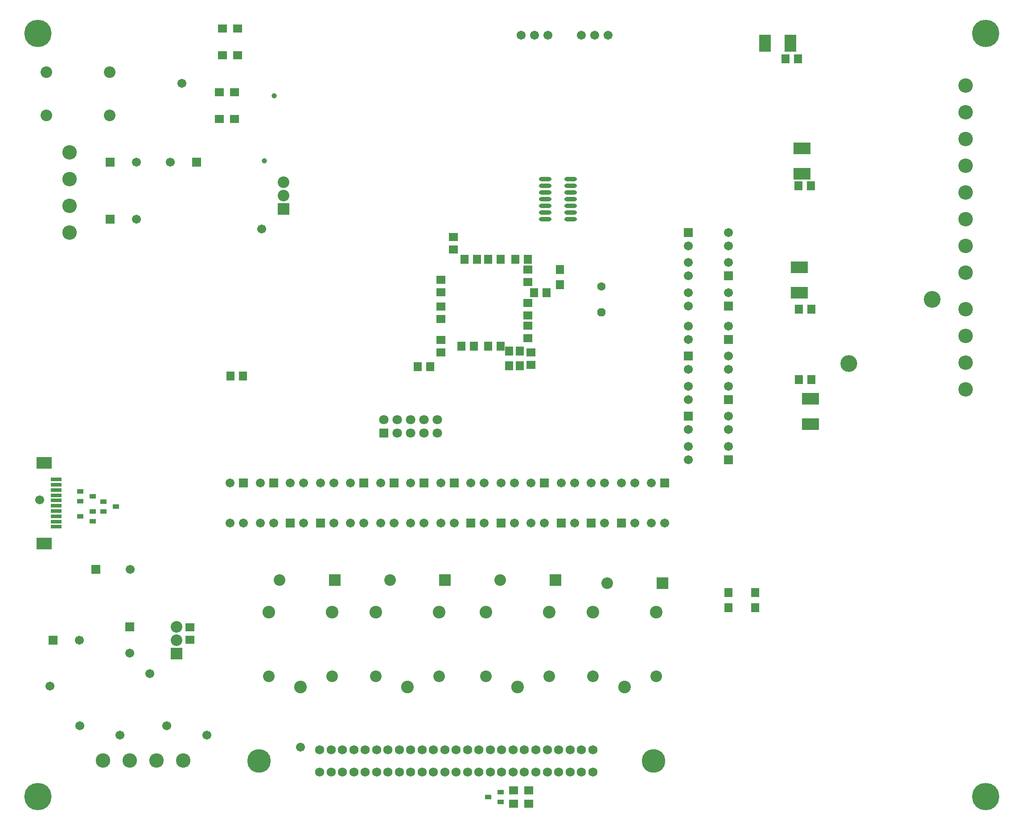
<source format=gbs>
G04 Layer_Color=16711935*
%FSAX44Y44*%
%MOMM*%
G71*
G01*
G75*
%ADD121R,1.5532X1.7032*%
%ADD122R,1.7032X1.5532*%
%ADD123R,1.6532X1.5532*%
%ADD124R,1.5532X1.6532*%
%ADD130R,2.3032X3.1932*%
%ADD131O,2.4032X0.8032*%
%ADD133R,1.2032X0.9032*%
%ADD152C,2.2032*%
%ADD153R,1.7032X1.7032*%
%ADD154C,1.7032*%
%ADD155R,1.7032X1.7032*%
%ADD156C,2.4032*%
%ADD157R,2.2032X2.2032*%
%ADD158R,2.2032X2.2032*%
%ADD159C,1.6032*%
%ADD160P,1.7353X8X112.5*%
%ADD161C,5.2032*%
%ADD162C,2.7432*%
%ADD163C,1.7272*%
%ADD164C,4.4932*%
%ADD165R,1.8032X1.8032*%
%ADD166C,1.8032*%
%ADD167C,1.0032*%
%ADD168C,3.2032*%
%ADD169R,2.1032X0.8032*%
%ADD170R,3.0032X2.3032*%
%ADD171R,3.1932X2.3032*%
D121*
X01565910Y01326160D02*
D03*
Y01297660D02*
D03*
X01489900Y01171900D02*
D03*
Y01143400D02*
D03*
X01469900Y01171900D02*
D03*
Y01143400D02*
D03*
X01936750Y00684250D02*
D03*
Y00712750D02*
D03*
X01885950Y00684250D02*
D03*
Y00712750D02*
D03*
D122*
X01478000Y00336550D02*
D03*
X01506500D02*
D03*
X01506500Y00311150D02*
D03*
X01478000D02*
D03*
X00954050Y01733550D02*
D03*
X00925550D02*
D03*
X00919200Y01612900D02*
D03*
X00947700D02*
D03*
X00954050Y01784350D02*
D03*
X00925550D02*
D03*
X00919200Y01663700D02*
D03*
X00947700D02*
D03*
D123*
X01339850Y01192850D02*
D03*
Y01169350D02*
D03*
X01511300Y01145220D02*
D03*
Y01168720D02*
D03*
X01504950Y01219520D02*
D03*
Y01196020D02*
D03*
Y01239200D02*
D03*
Y01262700D02*
D03*
Y01326200D02*
D03*
Y01302700D02*
D03*
X01363980Y01388430D02*
D03*
Y01364930D02*
D03*
X01339850Y01307150D02*
D03*
Y01283650D02*
D03*
Y01232850D02*
D03*
Y01256350D02*
D03*
X00863600Y00646750D02*
D03*
Y00623250D02*
D03*
D124*
X02043750Y01250950D02*
D03*
X02020250D02*
D03*
X02043750Y01117600D02*
D03*
X02020250D02*
D03*
X02042480Y01485900D02*
D03*
X02018980D02*
D03*
X02018350Y01727200D02*
D03*
X01994850D02*
D03*
X00964250Y01123950D02*
D03*
X00940750D02*
D03*
X01378900Y01181100D02*
D03*
X01402400D02*
D03*
X01429700D02*
D03*
X01453200D02*
D03*
X01517330Y01282700D02*
D03*
X01540830D02*
D03*
X01505270Y01346200D02*
D03*
X01481770D02*
D03*
X01453200D02*
D03*
X01429700D02*
D03*
X01408750D02*
D03*
X01385250D02*
D03*
X01296350Y01141730D02*
D03*
X01319850D02*
D03*
D130*
X02003980Y01756410D02*
D03*
X01955880D02*
D03*
D131*
X01586100Y01498600D02*
D03*
Y01485900D02*
D03*
Y01473200D02*
D03*
Y01460500D02*
D03*
Y01447800D02*
D03*
Y01435100D02*
D03*
Y01422400D02*
D03*
X01538100Y01498600D02*
D03*
Y01485900D02*
D03*
Y01473200D02*
D03*
Y01460500D02*
D03*
Y01447800D02*
D03*
Y01435100D02*
D03*
Y01422400D02*
D03*
D133*
X00699200Y00866800D02*
D03*
Y00885800D02*
D03*
X00723200Y00876300D02*
D03*
X00654750Y00885850D02*
D03*
Y00904850D02*
D03*
X00678750Y00895350D02*
D03*
Y00866750D02*
D03*
Y00847750D02*
D03*
X00654750Y00857250D02*
D03*
X01429450Y00323850D02*
D03*
X01453450Y00314350D02*
D03*
Y00333350D02*
D03*
D152*
X00590550Y01701800D02*
D03*
Y01619250D02*
D03*
X00711200Y01701800D02*
D03*
Y01619250D02*
D03*
X01545900Y00553400D02*
D03*
X01425900D02*
D03*
X01749100D02*
D03*
X01629100D02*
D03*
X00838200Y00622300D02*
D03*
Y00647700D02*
D03*
X01655850Y00730250D02*
D03*
X01336350Y00553400D02*
D03*
X01216350D02*
D03*
X01133150D02*
D03*
X01013150D02*
D03*
X01452650Y00736600D02*
D03*
X01243100D02*
D03*
X01033550D02*
D03*
X01041400Y01492250D02*
D03*
Y01466850D02*
D03*
D153*
X00749300Y00647300D02*
D03*
X01308092Y00920750D02*
D03*
X01193792D02*
D03*
X01054092Y00844550D02*
D03*
X01250942Y00920750D02*
D03*
X00965192D02*
D03*
X01365242D02*
D03*
X01536700D02*
D03*
X01397000Y00844550D02*
D03*
X01454150D02*
D03*
X01111250D02*
D03*
X01022350Y00920750D02*
D03*
X01568450Y00844550D02*
D03*
X01625600D02*
D03*
X01682750D02*
D03*
X01765300Y00920750D02*
D03*
D154*
X00749300Y00597300D02*
D03*
X00653650Y00622300D02*
D03*
X01282692Y00920750D02*
D03*
X01308092Y00844550D02*
D03*
X01282692D02*
D03*
X01809750Y01339850D02*
D03*
Y01314450D02*
D03*
X01885950Y01339850D02*
D03*
X01809750Y01371600D02*
D03*
X01885950Y01397000D02*
D03*
Y01371600D02*
D03*
X01809750Y01282700D02*
D03*
Y01257300D02*
D03*
X01885950Y01282700D02*
D03*
X01168392Y00920750D02*
D03*
X01193792Y00844550D02*
D03*
X01168392D02*
D03*
X01079492Y00920750D02*
D03*
X01054092D02*
D03*
X01079492Y00844550D02*
D03*
X01225542Y00920750D02*
D03*
X01250942Y00844550D02*
D03*
X01225542D02*
D03*
X00939792D02*
D03*
X00965192D02*
D03*
X00939792Y00920750D02*
D03*
X01339842D02*
D03*
X01365242Y00844550D02*
D03*
X01339842D02*
D03*
X01809750Y01219200D02*
D03*
Y01193800D02*
D03*
X01885950Y01219200D02*
D03*
X01809750Y01136650D02*
D03*
X01885950Y01162050D02*
D03*
Y01136650D02*
D03*
X01511300Y00844550D02*
D03*
X01536700D02*
D03*
X01511300Y00920750D02*
D03*
X01885950Y00990600D02*
D03*
X01809750Y00965200D02*
D03*
Y00990600D02*
D03*
X01422400Y00920750D02*
D03*
X01397000D02*
D03*
X01422400Y00844550D02*
D03*
X01479550D02*
D03*
X01454150Y00920750D02*
D03*
X01479550D02*
D03*
X01136650D02*
D03*
X01111250D02*
D03*
X01136650Y00844550D02*
D03*
X01543050Y01771650D02*
D03*
X01517650D02*
D03*
X01492250D02*
D03*
X01657350D02*
D03*
X01631950D02*
D03*
X01606550D02*
D03*
X00895350Y00441960D02*
D03*
X00819150Y00459740D02*
D03*
X00730250Y00441960D02*
D03*
X00654050Y00459740D02*
D03*
X01885950Y01022350D02*
D03*
Y01047750D02*
D03*
X01809750Y01022350D02*
D03*
X00996950Y00920750D02*
D03*
X01022350Y00844550D02*
D03*
X00996950D02*
D03*
X01593850D02*
D03*
X01568450Y00920750D02*
D03*
X01593850D02*
D03*
X01651000Y00844550D02*
D03*
X01625600Y00920750D02*
D03*
X01651000D02*
D03*
X01708150D02*
D03*
X01682750D02*
D03*
X01708150Y00844550D02*
D03*
X01739900D02*
D03*
X01765300D02*
D03*
X01739900Y00920750D02*
D03*
X01885950Y01104900D02*
D03*
X01809750Y01079500D02*
D03*
Y01104900D02*
D03*
X00825900Y01530350D02*
D03*
X00761600D02*
D03*
Y01422400D02*
D03*
X00750050Y00756920D02*
D03*
X00577850Y00889000D02*
D03*
X00787400Y00558800D02*
D03*
X00597490Y00535260D02*
D03*
X01073150Y00419100D02*
D03*
X00848360Y01680210D02*
D03*
X00999490Y01403350D02*
D03*
D155*
X00603650Y00622300D02*
D03*
X01885950Y01314450D02*
D03*
X01809750Y01397000D02*
D03*
X01885950Y01257300D02*
D03*
Y01193800D02*
D03*
X01809750Y01162050D02*
D03*
X01885950Y00965200D02*
D03*
X01809750Y01047750D02*
D03*
X01885950Y01079500D02*
D03*
X00875900Y01530350D02*
D03*
X00711600D02*
D03*
Y01422400D02*
D03*
X00685050Y00756920D02*
D03*
D156*
X01545900Y00675400D02*
D03*
X01425900D02*
D03*
X01485900Y00533400D02*
D03*
X01749100Y00675400D02*
D03*
X01629100D02*
D03*
X01689100Y00533400D02*
D03*
X01336350Y00675400D02*
D03*
X01216350D02*
D03*
X01276350Y00533400D02*
D03*
X01133150Y00675400D02*
D03*
X01013150D02*
D03*
X01073150Y00533400D02*
D03*
D157*
X00838200Y00596900D02*
D03*
X01041400Y01441450D02*
D03*
D158*
X01760450Y00730250D02*
D03*
X01557250Y00736600D02*
D03*
X01347700D02*
D03*
X01138150D02*
D03*
D159*
X01644650Y01294400D02*
D03*
D160*
Y01245600D02*
D03*
D161*
X00575000Y01775000D02*
D03*
X02375000D02*
D03*
X00575000Y00325000D02*
D03*
X02375000D02*
D03*
D162*
X00698500Y00393700D02*
D03*
X00800100D02*
D03*
X00749300D02*
D03*
X00850900D02*
D03*
X00635000Y01549400D02*
D03*
Y01447800D02*
D03*
Y01498600D02*
D03*
Y01397000D02*
D03*
X02336800Y01676400D02*
D03*
Y01625600D02*
D03*
Y01320800D02*
D03*
Y01422400D02*
D03*
Y01371600D02*
D03*
Y01473200D02*
D03*
Y01524000D02*
D03*
Y01574800D02*
D03*
Y01250950D02*
D03*
Y01149350D02*
D03*
Y01200150D02*
D03*
Y01098550D02*
D03*
D163*
X01628380Y00371120D02*
D03*
X01153180Y00414020D02*
D03*
X01606780Y00371120D02*
D03*
X01585180D02*
D03*
X01563580D02*
D03*
X01541980D02*
D03*
X01520380D02*
D03*
X01498780D02*
D03*
X01477180D02*
D03*
X01455580D02*
D03*
X01433980D02*
D03*
X01412380D02*
D03*
X01390780D02*
D03*
X01369180D02*
D03*
X01347580D02*
D03*
X01325980D02*
D03*
X01304380D02*
D03*
X01282780D02*
D03*
X01261180D02*
D03*
X01239580D02*
D03*
X01217980D02*
D03*
X01196380D02*
D03*
X01174780D02*
D03*
X01153180D02*
D03*
X01131580D02*
D03*
X01109980D02*
D03*
X01628380Y00414020D02*
D03*
X01606780D02*
D03*
X01585180D02*
D03*
X01563580D02*
D03*
X01541980D02*
D03*
X01520380D02*
D03*
X01498780D02*
D03*
X01477180D02*
D03*
X01455580D02*
D03*
X01433980D02*
D03*
X01412380D02*
D03*
X01390780D02*
D03*
X01369180D02*
D03*
X01347580D02*
D03*
X01325980D02*
D03*
X01304380D02*
D03*
X01282780D02*
D03*
X01261180D02*
D03*
X01239580D02*
D03*
X01217980D02*
D03*
X01196380D02*
D03*
X01174780D02*
D03*
X01109980D02*
D03*
X01131580D02*
D03*
D164*
X00994680Y00392570D02*
D03*
X01743680D02*
D03*
D165*
X01231900Y01016000D02*
D03*
D166*
Y01041400D02*
D03*
X01257300Y01016000D02*
D03*
Y01041400D02*
D03*
X01282700Y01016000D02*
D03*
Y01041400D02*
D03*
X01308100Y01016000D02*
D03*
Y01041400D02*
D03*
X01333500Y01016000D02*
D03*
Y01041400D02*
D03*
D167*
X01004570Y01532890D02*
D03*
X01023620Y01656810D02*
D03*
D168*
X02273300Y01270000D02*
D03*
X02114550Y01148080D02*
D03*
D169*
X00609600Y00927650D02*
D03*
Y00917650D02*
D03*
Y00907650D02*
D03*
Y00897650D02*
D03*
Y00887650D02*
D03*
Y00877650D02*
D03*
Y00867650D02*
D03*
Y00857650D02*
D03*
Y00847650D02*
D03*
Y00837650D02*
D03*
D170*
X00586100Y00806150D02*
D03*
Y00959150D02*
D03*
D171*
X02042160Y01032590D02*
D03*
Y01080690D02*
D03*
X02020570Y01330880D02*
D03*
Y01282780D02*
D03*
X02025650Y01556940D02*
D03*
Y01508840D02*
D03*
M02*

</source>
